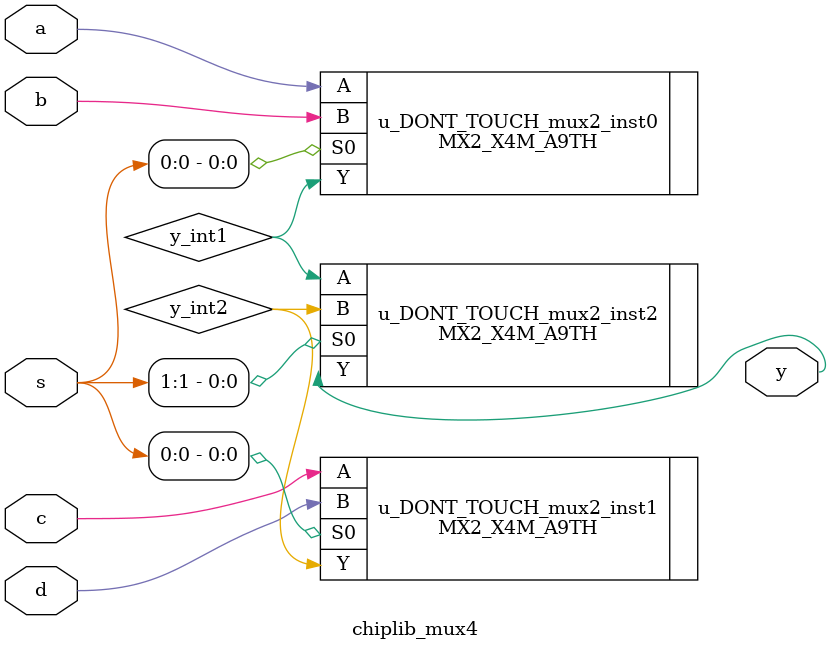
<source format=v>
module chiplib_mux2 ( 
  input  a,
  input  b,
  input  s,
  output y
  );

`ifdef FPGA_SYNTH
assign y = (s == 1'b1) ? b : a;
`else
  MX2_X4M_A9TH u_DONT_TOUCH_mux2_inst (
     .A   (a),
     .B   (b),
     .Y   (y),
     .S0  (s)
  );
`endif


endmodule

module chiplib_mux3 ( 
  input        a,
  input        b,
  input        c,
  input  [1:0] s,
  output       y
  );

`ifdef FPGA_SYNTH
assign y = (s == 2'b10) ? c : ((s == 2'b01) ? b : a);
`else
  MX2_X4M_A9TH u_DONT_TOUCH_mux2_inst0 (
     .A   (a),
     .B   (b),
     .Y   (y_int),
     .S0  (s[0])
  );

  MX2_X4M_A9TH u_DONT_TOUCH_mux2_inst1 (
     .A   (y_int),
     .B   (c),
     .Y   (y),
     .S0  (s[1])
  );
`endif

endmodule


module chiplib_mux4 ( 
  input        a,
  input        b,
  input        c,
  input        d,
  input  [1:0] s,
  output       y
  );

`ifdef FPGA_SYNTH
assign y = (s == 2'b11) ? d : ((s == 2'b10) ? c : ((s == 2'b01) ? b : a));
`else
  MX2_X4M_A9TH u_DONT_TOUCH_mux2_inst0 (
     .A   (a),
     .B   (b),
     .Y   (y_int1),
     .S0  (s[0])
  );

  MX2_X4M_A9TH u_DONT_TOUCH_mux2_inst1 (
     .A   (c),
     .B   (d),
     .Y   (y_int2),
     .S0  (s[0])
  );

  MX2_X4M_A9TH u_DONT_TOUCH_mux2_inst2 (
     .A   (y_int1),
     .B   (y_int2),
     .Y   (y),
     .S0  (s[1])
  );

`endif


endmodule



</source>
